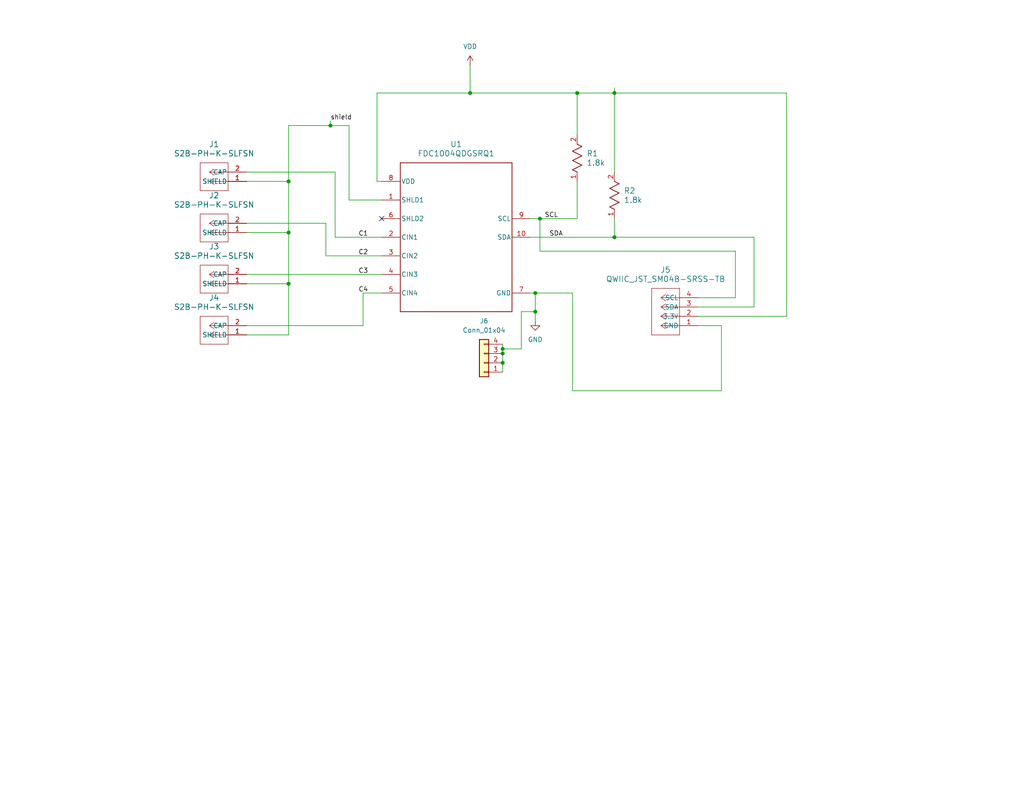
<source format=kicad_sch>
(kicad_sch (version 20231120) (generator "eeschema") (generator_version "8.0")
  (paper "USLetter")
  (title_block (title "FDC 1004 Driver Board") (rev "1") (company "Institute for Experiential Robotics Northeastern University") (comment 1 "Kris Dorsey Kris@KrisDorsey.com"))
  (lib_symbols
    (symbol "Connector_Generic:Conn_01x04" (pin_names (offset 1.016) hide)
      (property "Reference" "J" (at 0 5.08 0))
      (property "Value" "Conn_01x04" (at 0 -7.62 0))
      (symbol "Conn_01x04_1_1"
        (rectangle (start -1.27 -4.953) (end 0 -5.207) (stroke (width 0.1524)))
        (rectangle (start -1.27 -2.413) (end 0 -2.667) (stroke (width 0.1524)))
        (rectangle (start -1.27 0.127) (end 0 -0.127) (stroke (width 0.1524)))
        (rectangle (start -1.27 2.667) (end 0 2.413) (stroke (width 0.1524)))
        (rectangle (start -1.27 3.81) (end 1.27 -6.35) (stroke (width 0.254)) (fill (type background)))
        (pin passive line (at -5.08 2.54 0) (length 3.81) (name "Pin_1") (number "1"))
        (pin passive line (at -5.08 0 0) (length 3.81) (name "Pin_2") (number "2"))
        (pin passive line (at -5.08 -2.54 0) (length 3.81) (name "Pin_3") (number "3"))
        (pin passive line (at -5.08 -5.08 0) (length 3.81) (name "Pin_4") (number "4"))
      )
    )
    (symbol "FDC1004Lib:FDC1004QDGSRQ1" (pin_names (offset 0.254))
      (property "Reference" "U" (at 0 2.54 0))
      (property "Value" "FDC1004QDGSRQ1" (at 0.508 -4.826 0))
      (symbol "FDC1004QDGSRQ1_0_1"
        (polyline (pts (xy -15.24 -20.32) (xy 15.24 -20.32)) (stroke (width 0.2032)))
        (polyline (pts (xy -15.24 20.32) (xy -15.24 -20.32)) (stroke (width 0.2032)))
        (polyline (pts (xy 15.24 -20.32) (xy 15.24 20.32)) (stroke (width 0.2032)))
        (polyline (pts (xy 15.24 20.32) (xy -15.24 20.32)) (stroke (width 0.2032)))
        (pin output line (at -20.32 10.16 0) (length 5.08) (name "SHLD1") (number "1"))
        (pin bidirectional line (at 20.32 0 180) (length 5.08) (name "SDA") (number "10"))
        (pin output line (at -20.32 5.08 0) (length 5.08) (name "SHLD2") (number "6"))
        (pin power_in line (at 20.32 -15.24 180) (length 5.08) (name "GND") (number "7"))
        (pin power_in line (at -20.32 15.24 0) (length 5.08) (name "VDD") (number "8"))
        (pin input line (at 20.32 5.08 180) (length 5.08) (name "SCL") (number "9"))
      )
      (symbol "FDC1004QDGSRQ1_1_1"
        (pin output line (at -20.32 0 0) (length 5.08) (name "CIN1") (number "2"))
        (pin output line (at -20.32 -5.08 0) (length 5.08) (name "CIN2") (number "3"))
        (pin output line (at -20.32 -10.16 0) (length 5.08) (name "CIN3") (number "4"))
        (pin output line (at -20.32 -15.24 0) (length 5.08) (name "CIN4") (number "5"))
      )
    )
    (symbol "FDC1004Lib:RMCF1206JT1K80" (pin_names (offset 0.254))
      (property "Reference" "R" (at 5.715 3.81 0))
      (property "Value" "RMCF1206JT1K80" (at 6.35 -3.81 0))
      (symbol "RMCF1206JT1K80_1_1"
        (polyline (pts (xy 2.54 0) (xy 3.175 1.27)) (stroke (width 0.2032)))
        (polyline (pts (xy 3.175 1.27) (xy 4.445 -1.27)) (stroke (width 0.2032)))
        (polyline (pts (xy 4.445 -1.27) (xy 5.715 1.27)) (stroke (width 0.2032)))
        (polyline (pts (xy 5.715 1.27) (xy 6.985 -1.27)) (stroke (width 0.2032)))
        (polyline (pts (xy 6.985 -1.27) (xy 8.255 1.27)) (stroke (width 0.2032)))
        (polyline (pts (xy 8.255 1.27) (xy 9.525 -1.27)) (stroke (width 0.2032)))
        (polyline (pts (xy 9.525 -1.27) (xy 10.16 0)) (stroke (width 0.2032)))
        (pin passive line (at 0 0 0) (length 2.54) (name "") (number "1"))
        (pin passive line (at 12.7 0 180) (length 2.54) (name "") (number "2"))
      )
      (symbol "RMCF1206JT1K80_1_2"
        (polyline (pts (xy -1.27 3.175) (xy 1.27 4.445)) (stroke (width 0.2032)))
        (polyline (pts (xy -1.27 5.715) (xy 1.27 6.985)) (stroke (width 0.2032)))
        (polyline (pts (xy -1.27 8.255) (xy 1.27 9.525)) (stroke (width 0.2032)))
        (polyline (pts (xy 0 2.54) (xy -1.27 3.175)) (stroke (width 0.2032)))
        (polyline (pts (xy 1.27 4.445) (xy -1.27 5.715)) (stroke (width 0.2032)))
        (polyline (pts (xy 1.27 6.985) (xy -1.27 8.255)) (stroke (width 0.2032)))
        (polyline (pts (xy 1.27 9.525) (xy 0 10.16)) (stroke (width 0.2032)))
        (pin unspecified line (at 0 12.7 270) (length 2.54) (name "") (number "1"))
        (pin unspecified line (at 0 0 90) (length 2.54) (name "") (number "2"))
      )
    )
    (symbol "PARSES_symbols:QWIIC_JST_SM04B-SRSS-TB" (pin_names (offset 0.254))
      (property "Reference" "J" (at 8.89 6.35 0))
      (property "Value" "QWIIC_JST_SM04B-SRSS-TB" (at 0 4.318 0))
      (symbol "QWIIC_JST_SM04B-SRSS-TB_1_1"
        (polyline (pts (xy 5.08 -10.16) (xy 12.7 -10.16)) (stroke (width 0.127)))
        (polyline (pts (xy 5.08 2.54) (xy 5.08 -10.16)) (stroke (width 0.127)))
        (polyline (pts (xy 10.16 -7.62) (xy 5.08 -7.62)) (stroke (width 0.127)))
        (polyline (pts (xy 10.16 -7.62) (xy 8.89 -8.4667)) (stroke (width 0.127)))
        (polyline (pts (xy 10.16 -7.62) (xy 8.89 -6.7733)) (stroke (width 0.127)))
        (polyline (pts (xy 10.16 -5.08) (xy 5.08 -5.08)) (stroke (width 0.127)))
        (polyline (pts (xy 10.16 -5.08) (xy 8.89 -5.9267)) (stroke (width 0.127)))
        (polyline (pts (xy 10.16 -5.08) (xy 8.89 -4.2333)) (stroke (width 0.127)))
        (polyline (pts (xy 10.16 -2.54) (xy 5.08 -2.54)) (stroke (width 0.127)))
        (polyline (pts (xy 10.16 -2.54) (xy 8.89 -3.3867)) (stroke (width 0.127)))
        (polyline (pts (xy 10.16 -2.54) (xy 8.89 -1.6933)) (stroke (width 0.127)))
        (polyline (pts (xy 10.16 0) (xy 5.08 0)) (stroke (width 0.127)))
        (polyline (pts (xy 10.16 0) (xy 8.89 -0.8467)) (stroke (width 0.127)))
        (polyline (pts (xy 10.16 0) (xy 8.89 0.8467)) (stroke (width 0.127)))
        (polyline (pts (xy 12.7 -10.16) (xy 12.7 2.54)) (stroke (width 0.127)))
        (polyline (pts (xy 12.7 2.54) (xy 5.08 2.54)) (stroke (width 0.127)))
        (pin power_in line (at 0 0 0) (length 5.08) (name "GND") (number "1"))
        (pin power_in line (at 0 -2.54 0) (length 5.08) (name "3.3V") (number "2"))
        (pin bidirectional line (at 0 -5.08 0) (length 5.08) (name "SDA") (number "3"))
        (pin bidirectional line (at 0 -7.62 0) (length 5.08) (name "SCL") (number "4"))
      )
      (symbol "QWIIC_JST_SM04B-SRSS-TB_1_2"
        (polyline (pts (xy 5.08 -10.16) (xy 12.7 -10.16)) (stroke (width 0.127)))
        (polyline (pts (xy 5.08 2.54) (xy 5.08 -10.16)) (stroke (width 0.127)))
        (polyline (pts (xy 7.62 -7.62) (xy 5.08 -7.62)) (stroke (width 0.127)))
        (polyline (pts (xy 7.62 -7.62) (xy 8.89 -8.4667)) (stroke (width 0.127)))
        (polyline (pts (xy 7.62 -7.62) (xy 8.89 -6.7733)) (stroke (width 0.127)))
        (polyline (pts (xy 7.62 -5.08) (xy 5.08 -5.08)) (stroke (width 0.127)))
        (polyline (pts (xy 7.62 -5.08) (xy 8.89 -5.9267)) (stroke (width 0.127)))
        (polyline (pts (xy 7.62 -5.08) (xy 8.89 -4.2333)) (stroke (width 0.127)))
        (polyline (pts (xy 7.62 -2.54) (xy 5.08 -2.54)) (stroke (width 0.127)))
        (polyline (pts (xy 7.62 -2.54) (xy 8.89 -3.3867)) (stroke (width 0.127)))
        (polyline (pts (xy 7.62 -2.54) (xy 8.89 -1.6933)) (stroke (width 0.127)))
        (polyline (pts (xy 7.62 0) (xy 5.08 0)) (stroke (width 0.127)))
        (polyline (pts (xy 7.62 0) (xy 8.89 -0.8467)) (stroke (width 0.127)))
        (polyline (pts (xy 7.62 0) (xy 8.89 0.8467)) (stroke (width 0.127)))
        (polyline (pts (xy 12.7 -10.16) (xy 12.7 2.54)) (stroke (width 0.127)))
        (polyline (pts (xy 12.7 2.54) (xy 5.08 2.54)) (stroke (width 0.127)))
        (pin unspecified line (at 0 0 0) (length 5.08) (name "1") (number "1"))
        (pin unspecified line (at 0 -2.54 0) (length 5.08) (name "2") (number "2"))
        (pin unspecified line (at 0 -5.08 0) (length 5.08) (name "3") (number "3"))
        (pin unspecified line (at 0 -7.62 0) (length 5.08) (name "4") (number "4"))
      )
    )
    (symbol "PARSES_symbols:S2B-PH-K-SLFSN" (pin_names (offset 0.254))
      (property "Reference" "J" (at 8.89 6.35 0))
      (property "Value" "S2B-PH-K-SLFSN" (at 0.762 -8.636 0))
      (symbol "S2B-PH-K-SLFSN_1_1"
        (polyline (pts (xy 5.08 -5.08) (xy 12.7 -5.08)) (stroke (width 0.127)))
        (polyline (pts (xy 5.08 2.54) (xy 5.08 -5.08)) (stroke (width 0.127)))
        (polyline (pts (xy 10.16 -2.54) (xy 5.08 -2.54)) (stroke (width 0.127)))
        (polyline (pts (xy 10.16 -2.54) (xy 8.89 -3.3867)) (stroke (width 0.127)))
        (polyline (pts (xy 10.16 -2.54) (xy 8.89 -1.6933)) (stroke (width 0.127)))
        (polyline (pts (xy 10.16 0) (xy 5.08 0)) (stroke (width 0.127)))
        (polyline (pts (xy 10.16 0) (xy 8.89 -0.8467)) (stroke (width 0.127)))
        (polyline (pts (xy 10.16 0) (xy 8.89 0.8467)) (stroke (width 0.127)))
        (polyline (pts (xy 12.7 -5.08) (xy 12.7 2.54)) (stroke (width 0.127)))
        (polyline (pts (xy 12.7 2.54) (xy 5.08 2.54)) (stroke (width 0.127)))
        (pin bidirectional line (at 0 0 0) (length 5.08) (name "SHIELD") (number "1"))
        (pin bidirectional line (at 0 -2.54 0) (length 5.08) (name "CAP") (number "2"))
      )
      (symbol "S2B-PH-K-SLFSN_1_2"
        (polyline (pts (xy 5.08 -5.08) (xy 12.7 -5.08)) (stroke (width 0.127)))
        (polyline (pts (xy 5.08 2.54) (xy 5.08 -5.08)) (stroke (width 0.127)))
        (polyline (pts (xy 7.62 -2.54) (xy 5.08 -2.54)) (stroke (width 0.127)))
        (polyline (pts (xy 7.62 -2.54) (xy 8.89 -3.3867)) (stroke (width 0.127)))
        (polyline (pts (xy 7.62 -2.54) (xy 8.89 -1.6933)) (stroke (width 0.127)))
        (polyline (pts (xy 7.62 0) (xy 5.08 0)) (stroke (width 0.127)))
        (polyline (pts (xy 7.62 0) (xy 8.89 -0.8467)) (stroke (width 0.127)))
        (polyline (pts (xy 7.62 0) (xy 8.89 0.8467)) (stroke (width 0.127)))
        (polyline (pts (xy 12.7 -5.08) (xy 12.7 2.54)) (stroke (width 0.127)))
        (polyline (pts (xy 12.7 2.54) (xy 5.08 2.54)) (stroke (width 0.127)))
        (pin unspecified line (at 0 0 0) (length 5.08) (name "1") (number "1"))
        (pin unspecified line (at 0 -2.54 0) (length 5.08) (name "2") (number "2"))
      )
    )
    (symbol "power:GND" (power) (pin_numbers hide) (pin_names (offset 0) hide)
      (property "Value" "GND" (at 0 -3.81 0))
      (symbol "GND_0_1"
        (polyline (pts (xy 0 0) (xy 0 -1.27) (xy 1.27 -1.27) (xy 0 -2.54) (xy -1.27 -1.27) (xy 0 -1.27)))
      )
      (symbol "GND_1_1"
        (pin power_in line (at 0 0 270) (length 0) (name "~") (number "1"))
      )
    )
    (symbol "power:VDD" (power) (pin_numbers hide) (pin_names (offset 0) hide)
      (property "Value" "VDD" (at 0 3.556 0))
      (symbol "VDD_0_1"
        (polyline (pts (xy -0.762 1.27) (xy 0 2.54)))
        (polyline (pts (xy 0 0) (xy 0 2.54)))
        (polyline (pts (xy 0 2.54) (xy 0.762 1.27)))
      )
      (symbol "VDD_1_1"
        (pin power_in line (at 0 0 90) (length 0) (name "~") (number "1"))
      )
    )
  )
  (junction (at 128.27 25.4))
  (junction (at 78.74 77.47))
  (junction (at 137.16 96.52))
  (junction (at 147.32 59.69))
  (junction (at 167.64 25.4))
  (junction (at 157.48 25.4))
  (junction (at 137.16 99.06))
  (junction (at 146.05 80.01))
  (junction (at 78.74 63.5))
  (junction (at 167.64 64.77))
  (junction (at 137.16 95.25))
  (junction (at 90.17 34.29))
  (junction (at 78.74 49.53))
  (junction (at 146.05 85.09))
  (no_connect (at 104.14 59.69))
  (wire (pts (xy 205.74 83.82) (xy 205.74 64.77)))
  (wire (pts (xy 88.9 69.85) (xy 104.14 69.85)))
  (wire (pts (xy 147.32 68.58) (xy 147.32 59.69)))
  (wire (pts (xy 167.64 24.13) (xy 167.64 25.4)))
  (wire (pts (xy 205.74 64.77) (xy 167.64 64.77)))
  (wire (pts (xy 67.31 63.5) (xy 78.74 63.5)))
  (wire (pts (xy 128.27 25.4) (xy 157.48 25.4)))
  (wire (pts (xy 200.66 81.28) (xy 200.66 68.58)))
  (wire (pts (xy 146.05 80.01) (xy 146.05 85.09)))
  (wire (pts (xy 95.25 34.29) (xy 95.25 54.61)))
  (wire (pts (xy 137.16 93.98) (xy 137.16 95.25)))
  (wire (pts (xy 142.24 95.25) (xy 142.24 85.09)))
  (wire (pts (xy 102.87 25.4) (xy 128.27 25.4)))
  (wire (pts (xy 78.74 91.44) (xy 67.31 91.44)))
  (wire (pts (xy 78.74 49.53) (xy 78.74 63.5)))
  (wire (pts (xy 167.64 25.4) (xy 167.64 46.99)))
  (wire (pts (xy 67.31 46.99) (xy 91.44 46.99)))
  (wire (pts (xy 214.63 86.36) (xy 214.63 25.4)))
  (wire (pts (xy 99.06 80.01) (xy 104.14 80.01)))
  (wire (pts (xy 99.06 88.9) (xy 99.06 80.01)))
  (wire (pts (xy 144.78 59.69) (xy 147.32 59.69)))
  (wire (pts (xy 78.74 77.47) (xy 78.74 91.44)))
  (wire (pts (xy 67.31 49.53) (xy 78.74 49.53)))
  (wire (pts (xy 90.17 34.29) (xy 95.25 34.29)))
  (wire (pts (xy 156.21 80.01) (xy 146.05 80.01)))
  (wire (pts (xy 156.21 106.68) (xy 156.21 80.01)))
  (wire (pts (xy 88.9 60.96) (xy 88.9 69.85)))
  (wire (pts (xy 142.24 85.09) (xy 146.05 85.09)))
  (wire (pts (xy 67.31 88.9) (xy 99.06 88.9)))
  (wire (pts (xy 102.87 49.53) (xy 104.14 49.53)))
  (wire (pts (xy 78.74 63.5) (xy 78.74 77.47)))
  (wire (pts (xy 137.16 95.25) (xy 137.16 96.52)))
  (wire (pts (xy 144.78 64.77) (xy 167.64 64.77)))
  (wire (pts (xy 146.05 80.01) (xy 144.78 80.01)))
  (wire (pts (xy 147.32 59.69) (xy 157.48 59.69)))
  (wire (pts (xy 91.44 46.99) (xy 91.44 64.77)))
  (wire (pts (xy 190.5 88.9) (xy 196.85 88.9)))
  (wire (pts (xy 67.31 60.96) (xy 88.9 60.96)))
  (wire (pts (xy 78.74 34.29) (xy 90.17 34.29)))
  (wire (pts (xy 67.31 77.47) (xy 78.74 77.47)))
  (wire (pts (xy 90.17 33.02) (xy 90.17 34.29)))
  (wire (pts (xy 137.16 95.25) (xy 142.24 95.25)))
  (wire (pts (xy 190.5 81.28) (xy 200.66 81.28)))
  (wire (pts (xy 137.16 99.06) (xy 137.16 101.6)))
  (wire (pts (xy 196.85 106.68) (xy 156.21 106.68)))
  (wire (pts (xy 104.14 54.61) (xy 95.25 54.61)))
  (wire (pts (xy 157.48 49.53) (xy 157.48 59.69)))
  (wire (pts (xy 104.14 64.77) (xy 91.44 64.77)))
  (wire (pts (xy 196.85 88.9) (xy 196.85 106.68)))
  (wire (pts (xy 214.63 25.4) (xy 167.64 25.4)))
  (wire (pts (xy 137.16 96.52) (xy 137.16 99.06)))
  (wire (pts (xy 200.66 68.58) (xy 147.32 68.58)))
  (wire (pts (xy 190.5 83.82) (xy 205.74 83.82)))
  (wire (pts (xy 190.5 86.36) (xy 214.63 86.36)))
  (wire (pts (xy 102.87 25.4) (xy 102.87 49.53)))
  (wire (pts (xy 167.64 59.69) (xy 167.64 64.77)))
  (wire (pts (xy 157.48 25.4) (xy 167.64 25.4)))
  (wire (pts (xy 157.48 25.4) (xy 157.48 36.83)))
  (wire (pts (xy 78.74 34.29) (xy 78.74 49.53)))
  (wire (pts (xy 67.31 74.93) (xy 104.14 74.93)))
  (wire (pts (xy 128.27 17.78) (xy 128.27 25.4)))
  (wire (pts (xy 146.05 85.09) (xy 146.05 87.63)))
  (label "SDA" (at 149.86 64.77 0))
  (label "SCL" (at 148.59 59.69 0))
  (label "C3" (at 97.79 74.93 0))
  (label "C4" (at 97.79 80.01 0))
  (label "shield" (at 90.17 33.02 0))
  (label "C1" (at 97.79 64.77 0))
  (label "C2" (at 97.79 69.85 0))
  (symbol (lib_id "PARSES_symbols:S2B-PH-K-SLFSN") (at 67.31 91.44 180) (unit 1)
    (property "Reference" "J4" (at 58.42 81.28 0) (effects (font (size 1.524 1.524))))
    (property "Value" "S2B-PH-K-SLFSN" (at 58.42 83.82 0) (effects (font (size 1.524 1.524))))
    (property "Footprint" "CONN_S2B-PH-K-S_JST" (effects (hide yes)))
    (property "Datasheet" "S2B-PH-K-SLFSN" (effects (hide yes)))
  )
  (symbol (lib_id "PARSES_symbols:S2B-PH-K-SLFSN") (at 67.31 63.5 180) (unit 1)
    (property "Reference" "J2" (at 58.42 53.34 0) (effects (font (size 1.524 1.524))))
    (property "Value" "S2B-PH-K-SLFSN" (at 58.42 55.88 0) (effects (font (size 1.524 1.524))))
    (property "Footprint" "CONN_S2B-PH-K-S_JST" (effects (hide yes)))
    (property "Datasheet" "S2B-PH-K-SLFSN" (effects (hide yes)))
  )
  (symbol (lib_id "PARSES_symbols:S2B-PH-K-SLFSN") (at 67.31 77.47 180) (unit 1)
    (property "Reference" "J3" (at 58.42 67.31 0) (effects (font (size 1.524 1.524))))
    (property "Value" "S2B-PH-K-SLFSN" (at 58.42 69.85 0) (effects (font (size 1.524 1.524))))
    (property "Footprint" "CONN_S2B-PH-K-S_JST" (effects (hide yes)))
    (property "Datasheet" "S2B-PH-K-SLFSN" (effects (hide yes)))
  )
  (symbol (lib_id "FDC1004Lib:RMCF1206JT1K80") (at 167.64 59.69 90) (unit 1)
    (property "Reference" "R2" (at 170.18 52.0699 90) (effects (font (size 1.524 1.524)) (justify right)))
    (property "Value" "1.8k" (at 170.18 54.6099 90) (effects (font (size 1.524 1.524)) (justify right)))
    (property "Footprint" "Resistor_SMD:R_1206_3216Metric_Pad1.30x1.75mm_HandSolder" (effects (hide yes)))
    (property "Datasheet" "RMCF1206JT1K80" (effects (hide yes)))
  )
  (symbol (lib_id "FDC1004Lib:FDC1004QDGSRQ1") (at 124.46 64.77 0) (unit 1)
    (property "Reference" "U1" (at 124.46 39.37 0) (effects (font (size 1.524 1.524))))
    (property "Value" "FDC1004QDGSRQ1" (at 124.46 41.91 0) (effects (font (size 1.524 1.524))))
    (property "Footprint" "FDC1004_Footprints:FDC1004DGS0010A_M" (effects (hide yes)))
    (property "Datasheet" "FDC1004QDGSRQ1" (effects (hide yes)))
  )
  (symbol (lib_id "power:GND") (at 146.05 87.63 0) (unit 1)
    (property "Reference" "#PWR01" (effects (hide yes)))
    (property "Value" "GND" (at 146.05 92.71 0))
    (property "Description" "Power symbol creates a global label with name \"GND\" , ground" (effects (hide yes)))
  )
  (symbol (lib_id "PARSES_symbols:S2B-PH-K-SLFSN") (at 67.31 49.53 180) (unit 1)
    (property "Reference" "J1" (at 58.42 39.37 0) (effects (font (size 1.524 1.524))))
    (property "Value" "S2B-PH-K-SLFSN" (at 58.42 41.91 0) (effects (font (size 1.524 1.524))))
    (property "Footprint" "CONN_S2B-PH-K-S_JST" (effects (hide yes)))
    (property "Datasheet" "S2B-PH-K-SLFSN" (effects (hide yes)))
  )
  (symbol (lib_id "PARSES_symbols:QWIIC_JST_SM04B-SRSS-TB") (at 190.5 88.9 180) (unit 1)
    (property "Reference" "J5" (at 181.61 73.66 0) (effects (font (size 1.524 1.524))))
    (property "Value" "QWIIC_JST_SM04B-SRSS-TB" (at 181.61 76.2 0) (effects (font (size 1.524 1.524))))
    (property "Footprint" "PARSES_footprints:CONN_SM04B-SRSS-TB_JST_QWIIC" (effects (hide yes)))
    (property "Datasheet" "SM04B-SRSS-TB" (effects (hide yes)))
  )
  (symbol (lib_id "Connector_Generic:Conn_01x04") (at 132.08 99.06 180) (unit 1)
    (property "Reference" "J6" (at 132.08 87.63 0))
    (property "Value" "Conn_01x04" (at 132.08 90.17 0))
    (property "Footprint" "Connector_PinHeader_2.54mm:PinHeader_1x04_P2.54mm_Vertical" (effects (hide yes)))
    (property "Description" "Generic connector, single row, 01x04, script generated (kicad-library-utils/schlib/autogen/connector/)" (effects (hide yes)))
  )
  (symbol (lib_id "FDC1004Lib:RMCF1206JT1K80") (at 157.48 49.53 90) (unit 1)
    (property "Reference" "R1" (at 160.02 41.9099 90) (effects (font (size 1.524 1.524)) (justify right)))
    (property "Value" "1.8k" (at 160.02 44.4499 90) (effects (font (size 1.524 1.524)) (justify right)))
    (property "Footprint" "Resistor_SMD:R_1206_3216Metric_Pad1.30x1.75mm_HandSolder" (effects (hide yes)))
    (property "Datasheet" "RMCF1206JT1K80" (effects (hide yes)))
  )
  (symbol (lib_id "power:VDD") (at 128.27 17.78 0) (unit 1)
    (property "Reference" "#PWR02" (effects (hide yes)))
    (property "Value" "VDD" (at 128.27 12.7 0))
    (property "Description" "Power symbol creates a global label with name \"VDD\"" (effects (hide yes)))
  )
)
</source>
